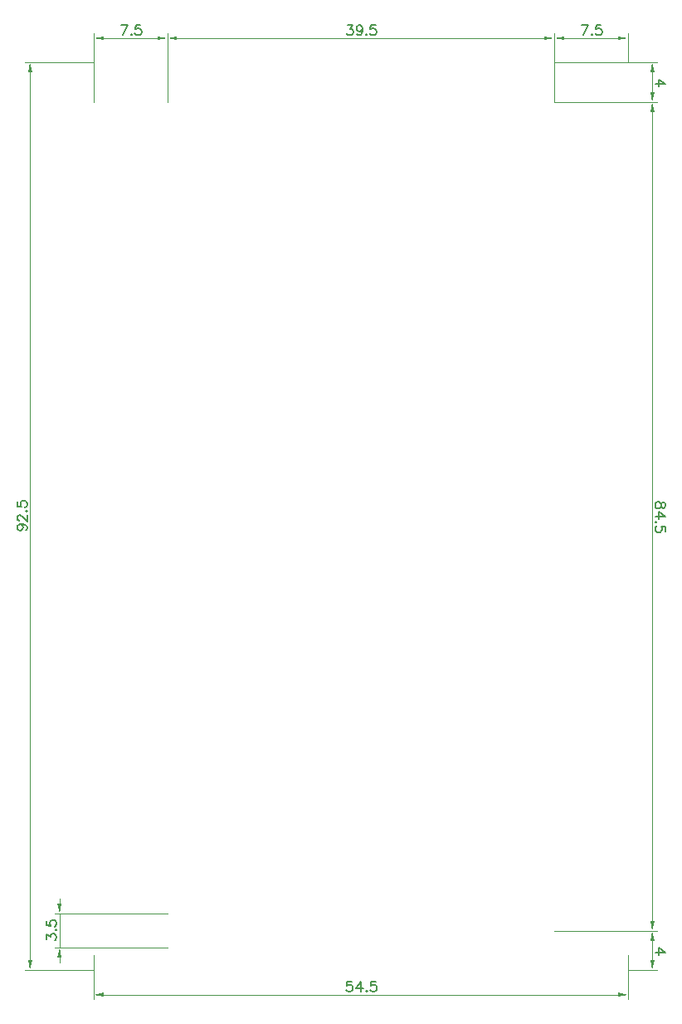
<source format=gbr>
G04 DipTrace 3.0.0.1*
G04 TopDimension.gbr*
%MOIN*%
G04 #@! TF.FileFunction,Drawing,Top*
G04 #@! TF.Part,Single*
%ADD13C,0.001378*%
%ADD58C,0.006176*%
%FSLAX26Y26*%
G04*
G70*
G90*
G75*
G01*
G04 TopDimension*
%LPD*%
X2244093Y551181D2*
D13*
X2657479D1*
X2244093Y3877953D2*
X2657479D1*
X2637794Y2214567D2*
Y590551D1*
G36*
Y551181D2*
X2629920Y590551D1*
X2645668D1*
X2637794Y551181D1*
G37*
Y2214567D2*
D13*
Y3838583D1*
G36*
Y3877953D2*
X2645668Y3838583D1*
X2629920D1*
X2637794Y3877953D1*
G37*
X2244093D2*
D13*
Y4153543D1*
X688976Y3877953D2*
Y4153543D1*
X1466535Y4133858D2*
X2204723D1*
G36*
X2244093D2*
X2204723Y4125984D1*
Y4141732D1*
X2244093Y4133858D1*
G37*
X1466535D2*
D13*
X728346D1*
G36*
X688976D2*
X728346Y4141732D1*
Y4125984D1*
X688976Y4133858D1*
G37*
X2539369Y4035433D2*
D13*
Y4153543D1*
X2244093Y3877953D2*
Y4153543D1*
X2391731Y4133858D2*
X2499999D1*
G36*
X2539369D2*
X2499999Y4125984D1*
Y4141732D1*
X2539369Y4133858D1*
G37*
X2391731D2*
D13*
X2283463D1*
G36*
X2244093D2*
X2283463Y4141732D1*
Y4125984D1*
X2244093Y4133858D1*
G37*
X688976Y3877953D2*
D13*
Y4153543D1*
X393701Y3877953D2*
Y4153543D1*
X541339Y4133858D2*
X649606D1*
G36*
X688976D2*
X649606Y4125984D1*
Y4141732D1*
X688976Y4133858D1*
G37*
X541339D2*
D13*
X433071D1*
G36*
X393701D2*
X433071Y4141732D1*
Y4125984D1*
X393701Y4133858D1*
G37*
X2539369Y393701D2*
D13*
X2657479D1*
X2244093Y551181D2*
X2657479D1*
X2637794Y472441D2*
Y433071D1*
G36*
Y393701D2*
X2629920Y433071D1*
X2645668D1*
X2637794Y393701D1*
G37*
Y472441D2*
D13*
Y511811D1*
G36*
Y551181D2*
X2645668Y511811D1*
X2629920D1*
X2637794Y551181D1*
G37*
X2244093Y3877953D2*
D13*
X2657479D1*
X2244093Y4035433D2*
X2657479D1*
X2637794Y3956693D2*
Y3917323D1*
G36*
Y3877953D2*
X2629920Y3917323D1*
X2645668D1*
X2637794Y3877953D1*
G37*
Y3956693D2*
D13*
Y3996063D1*
G36*
Y4035433D2*
X2645668Y3996063D1*
X2629920D1*
X2637794Y4035433D1*
G37*
X688976Y482283D2*
D13*
X236220D1*
X688976Y620079D2*
X236220D1*
X255906D2*
Y482283D1*
Y679134D2*
Y659449D1*
G36*
Y620079D2*
X248031Y659449D1*
X263780D1*
X255906Y620079D1*
G37*
Y423228D2*
D13*
Y442913D1*
G36*
Y482283D2*
X263780Y442913D1*
X248031D1*
X255906Y482283D1*
G37*
X393701Y393701D2*
D13*
X118110D1*
X393701Y4035433D2*
X118110D1*
X137795Y2214567D2*
Y433071D1*
G36*
Y393701D2*
X129921Y433071D1*
X145669D1*
X137795Y393701D1*
G37*
Y2214567D2*
D13*
Y3996063D1*
G36*
Y4035433D2*
X145669Y3996063D1*
X129921D1*
X137795Y4035433D1*
G37*
X393701Y452756D2*
D13*
Y275591D1*
X2539369Y452756D2*
Y275591D1*
X1466535Y295276D2*
X433071D1*
G36*
X393701D2*
X433071Y303150D1*
Y287402D1*
X393701Y295276D1*
G37*
X1466535D2*
D13*
X2499999D1*
G36*
X2539369D2*
X2499999Y287402D1*
Y303150D1*
X2539369Y295276D1*
G37*
X2690153Y2263500D2*
D58*
X2688251Y2269203D1*
X2684449Y2271149D1*
X2680602D1*
X2676799Y2269203D1*
X2674854Y2265401D1*
X2672953Y2257751D1*
X2671051Y2252003D1*
X2667205Y2248201D1*
X2663402Y2246300D1*
X2657654D1*
X2653851Y2248201D1*
X2651906Y2250102D1*
X2650005Y2255850D1*
Y2263500D1*
X2651906Y2269203D1*
X2653851Y2271149D1*
X2657654Y2273050D1*
X2663402D1*
X2667205Y2271149D1*
X2671051Y2267302D1*
X2672953Y2261598D1*
X2674854Y2253949D1*
X2676799Y2250102D1*
X2680602Y2248201D1*
X2684449D1*
X2688251Y2250102D1*
X2690153Y2255850D1*
Y2263500D1*
X2650005Y2214803D2*
X2690153D1*
X2663402Y2233948D1*
Y2205252D1*
X2653851Y2191000D2*
X2651906Y2192901D1*
X2650005Y2191000D1*
X2651906Y2189054D1*
X2653851Y2191000D1*
X2690153Y2153755D2*
Y2172856D1*
X2672953Y2174757D1*
X2674854Y2172856D1*
X2676799Y2167108D1*
Y2161404D1*
X2674854Y2155656D1*
X2671051Y2151809D1*
X2665303Y2149908D1*
X2661501D1*
X2655753Y2151809D1*
X2651906Y2155656D1*
X2650005Y2161404D1*
Y2167108D1*
X2651906Y2172856D1*
X2653851Y2174757D1*
X2657654Y2176703D1*
X1413778Y4186217D2*
X1434780D1*
X1423328Y4170918D1*
X1429076D1*
X1432879Y4169017D1*
X1434780Y4167116D1*
X1436725Y4161368D1*
Y4157565D1*
X1434780Y4151817D1*
X1430977Y4147970D1*
X1425229Y4146069D1*
X1419481D1*
X1413778Y4147970D1*
X1411876Y4149916D1*
X1409931Y4153718D1*
X1473970Y4172864D2*
X1472025Y4167116D1*
X1468222Y4163269D1*
X1462474Y4161368D1*
X1460573D1*
X1454825Y4163269D1*
X1451022Y4167116D1*
X1449077Y4172864D1*
Y4174765D1*
X1451022Y4180513D1*
X1454825Y4184316D1*
X1460573Y4186217D1*
X1462474D1*
X1468222Y4184316D1*
X1472025Y4180513D1*
X1473970Y4172864D1*
Y4163269D1*
X1472025Y4153718D1*
X1468222Y4147970D1*
X1462474Y4146069D1*
X1458672D1*
X1452924Y4147970D1*
X1451022Y4151817D1*
X1488223Y4149916D2*
X1486322Y4147970D1*
X1488223Y4146069D1*
X1490168Y4147970D1*
X1488223Y4149916D1*
X1525468Y4186217D2*
X1506367D1*
X1504465Y4169017D1*
X1506367Y4170918D1*
X1512115Y4172864D1*
X1517818D1*
X1523566Y4170918D1*
X1527413Y4167116D1*
X1529314Y4161368D1*
Y4157565D1*
X1527413Y4151817D1*
X1523566Y4147970D1*
X1517818Y4146069D1*
X1512115D1*
X1506367Y4147970D1*
X1504465Y4149916D1*
X1502520Y4153718D1*
X2361399Y4146069D2*
X2380544Y4186217D1*
X2353749D1*
X2394797Y4149916D2*
X2392895Y4147970D1*
X2394797Y4146069D1*
X2396742Y4147970D1*
X2394797Y4149916D1*
X2432042Y4186217D2*
X2412940D1*
X2411039Y4169017D1*
X2412940Y4170918D1*
X2418688Y4172864D1*
X2424392D1*
X2430140Y4170918D1*
X2433987Y4167116D1*
X2435888Y4161368D1*
Y4157565D1*
X2433987Y4151817D1*
X2430140Y4147970D1*
X2424392Y4146069D1*
X2418688D1*
X2412940Y4147970D1*
X2411039Y4149916D1*
X2409094Y4153718D1*
X511006Y4146069D2*
X530152Y4186217D1*
X503357D1*
X544404Y4149916D2*
X542503Y4147970D1*
X544404Y4146069D1*
X546350Y4147970D1*
X544404Y4149916D1*
X581649Y4186217D2*
X562548D1*
X560647Y4169017D1*
X562548Y4170918D1*
X568296Y4172864D1*
X574000D1*
X579748Y4170918D1*
X583595Y4167116D1*
X585496Y4161368D1*
Y4157565D1*
X583595Y4151817D1*
X579748Y4147970D1*
X574000Y4146069D1*
X568296D1*
X562548Y4147970D1*
X560647Y4149916D1*
X558701Y4153718D1*
X2650005Y464556D2*
X2690153D1*
X2663402Y483701D1*
Y455005D1*
X2650005Y3948808D2*
X2690153D1*
X2663402Y3967953D1*
Y3939257D1*
X203547Y517046D2*
Y538049D1*
X218846Y526597D1*
Y532345D1*
X220747Y536147D1*
X222648Y538049D1*
X228396Y539994D1*
X232199D1*
X237947Y538049D1*
X241793Y534246D1*
X243695Y528498D1*
Y522750D1*
X241793Y517046D1*
X239848Y515145D1*
X236045Y513200D1*
X239848Y554247D2*
X241793Y552346D1*
X243695Y554247D1*
X241793Y556192D1*
X239848Y554247D1*
X203547Y591492D2*
Y572390D1*
X220747Y570489D1*
X218846Y572390D1*
X216900Y578139D1*
Y583842D1*
X218846Y589590D1*
X222648Y593437D1*
X228396Y595338D1*
X232199D1*
X237947Y593437D1*
X241793Y589590D1*
X243695Y583842D1*
Y578139D1*
X241793Y572390D1*
X239848Y570489D1*
X236045Y568544D1*
X98790Y2182856D2*
X104538Y2180911D1*
X108385Y2177108D1*
X110286Y2171360D1*
Y2169459D1*
X108385Y2163711D1*
X104538Y2159908D1*
X98790Y2157963D1*
X96889D1*
X91141Y2159908D1*
X87338Y2163711D1*
X85437Y2169459D1*
Y2171360D1*
X87338Y2177108D1*
X91141Y2180911D1*
X98790Y2182856D1*
X108385D1*
X117935Y2180911D1*
X123683Y2177108D1*
X125585Y2171360D1*
Y2167558D1*
X123683Y2161810D1*
X119836Y2159908D1*
X94987Y2197153D2*
X93086D1*
X89239Y2199054D1*
X87338Y2200956D1*
X85437Y2204803D1*
Y2212452D1*
X87338Y2216254D1*
X89239Y2218156D1*
X93086Y2220101D1*
X96889D1*
X100735Y2218156D1*
X106439Y2214353D1*
X125585Y2195208D1*
Y2222002D1*
X121738Y2236255D2*
X123683Y2234354D1*
X125585Y2236255D1*
X123683Y2238201D1*
X121738Y2236255D1*
X85437Y2273500D2*
Y2254399D1*
X102637Y2252497D1*
X100735Y2254399D1*
X98790Y2260147D1*
Y2265851D1*
X100735Y2271599D1*
X104538Y2275445D1*
X110286Y2277347D1*
X114088D1*
X119836Y2275445D1*
X123683Y2271599D1*
X125585Y2265851D1*
Y2260147D1*
X123683Y2254399D1*
X121738Y2252497D1*
X117935Y2250552D1*
X1430977Y347634D2*
X1411876D1*
X1409975Y330434D1*
X1411876Y332336D1*
X1417624Y334281D1*
X1423328D1*
X1429076Y332336D1*
X1432923Y328533D1*
X1434824Y322785D1*
Y318982D1*
X1432923Y313234D1*
X1429076Y309388D1*
X1423328Y307486D1*
X1417624D1*
X1411876Y309388D1*
X1409975Y311333D1*
X1408030Y315136D1*
X1466321Y307486D2*
Y347634D1*
X1447176Y320884D1*
X1475872D1*
X1490124Y311333D2*
X1488223Y309388D1*
X1490124Y307486D1*
X1492070Y309388D1*
X1490124Y311333D1*
X1527369Y347634D2*
X1508268D1*
X1506367Y330434D1*
X1508268Y332336D1*
X1514016Y334281D1*
X1519720D1*
X1525468Y332336D1*
X1529314Y328533D1*
X1531216Y322785D1*
Y318982D1*
X1529314Y313234D1*
X1525468Y309388D1*
X1519720Y307486D1*
X1514016D1*
X1508268Y309388D1*
X1506367Y311333D1*
X1504421Y315136D1*
M02*

</source>
